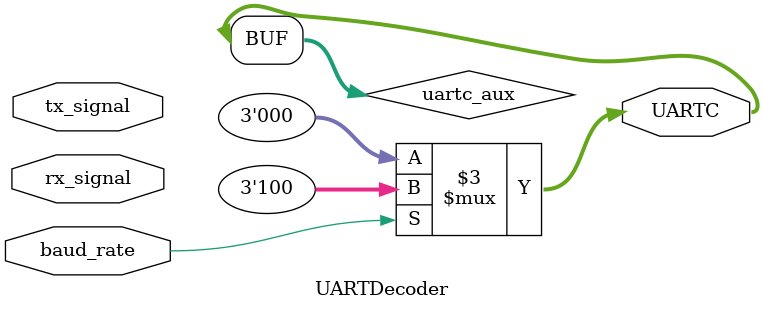
<source format=v>
module UARTDecoder (
	input rx_signal,
	input tx_signal,
	input baud_rate,
	output [2:0] UARTC
);

	reg [2:0] uartc_aux;

	always @(*) begin
		if (rx_signal) begin
			uartc_aux = 3'b010;
		end

		if (tx_signal) begin
			uartc_aux = 3'b011;
		end

		if (baud_rate) begin
			uartc_aux = 3'b100;
		end

		else begin
			uartc_aux = 3'b000;
		end
	end
	
	assign UARTC = uartc_aux;


endmodule

</source>
